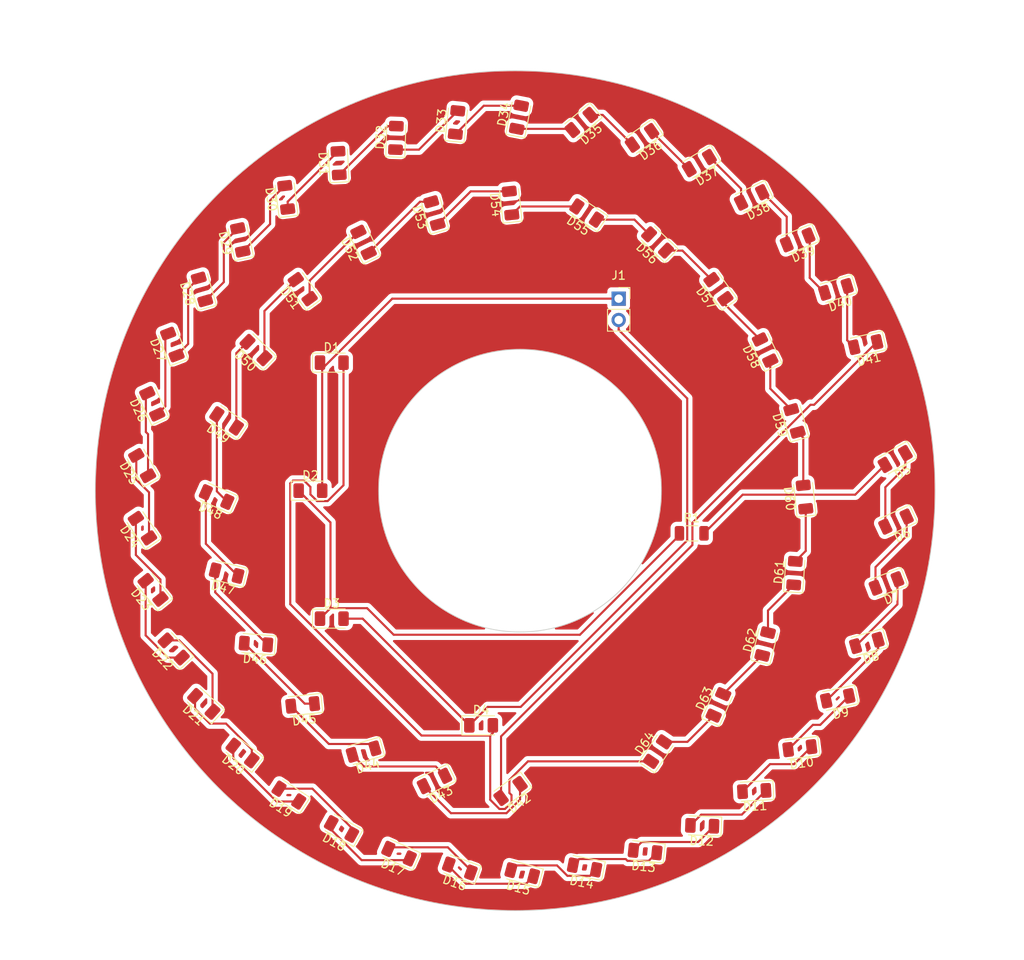
<source format=kicad_pcb>
(kicad_pcb (version 20221018) (generator pcbnew)
  (layers (0 "F.Cu" signal) (31 "B.Cu" signal) (34 "B.Paste" user) (35 "F.Paste" user) (36 "B.SilkS" user "B.Silkscreen") (37 "F.SilkS" user "F.Silkscreen") (38 "B.Mask" user) (39 "F.Mask" user) (44 "Edge.Cuts" user))
  (net 0 "")
  (net 1 "Net-(D1-K)")
  (net 2 "Net-(D1-A)")
  (net 3 "Net-(D2-K)")
  (net 4 "Net-(D3-A)")
  (net 5 "Net-(D5-K)")
  (net 6 "Net-(D5-A)")
  (net 7 "Net-(D6-K)")
  (net 8 "Net-(D7-K)")
  (net 9 "Net-(D8-K)")
  (net 10 "Net-(D10-A)")
  (net 11 "Net-(D10-K)")
  (net 12 "Net-(D11-K)")
  (net 13 "Net-(D12-K)")
  (net 14 "Net-(D13-K)")
  (net 15 "Net-(D14-K)")
  (net 16 "Net-(D15-K)")
  (net 17 "Net-(D16-K)")
  (net 18 "Net-(D17-K)")
  (net 19 "Net-(D18-K)")
  (net 20 "Net-(D19-K)")
  (net 21 "Net-(D20-K)")
  (net 22 "Net-(D21-K)")
  (net 23 "Net-(D22-K)")
  (net 24 "Net-(D23-K)")
  (net 25 "Net-(D24-K)")
  (net 26 "Net-(D25-K)")
  (net 27 "Net-(D26-K)")
  (net 28 "Net-(D27-K)")
  (net 29 "Net-(D28-K)")
  (net 30 "Net-(D29-K)")
  (net 31 "Net-(D30-K)")
  (net 32 "Net-(D31-K)")
  (net 33 "Net-(D32-K)")
  (net 34 "Net-(D33-K)")
  (net 35 "Net-(D34-K)")
  (net 36 "Net-(D35-K)")
  (net 37 "Net-(D36-K)")
  (net 38 "Net-(D37-K)")
  (net 39 "Net-(D38-K)")
  (net 40 "Net-(D39-K)")
  (net 41 "Net-(D40-K)")
  (net 42 "Net-(D41-K)")
  (net 43 "Net-(D42-K)")
  (net 44 "Net-(D43-K)")
  (net 45 "Net-(D44-K)")
  (net 46 "Net-(D45-K)")
  (net 47 "Net-(D46-K)")
  (net 48 "Net-(D47-K)")
  (net 49 "Net-(D48-K)")
  (net 50 "Net-(D49-K)")
  (net 51 "Net-(D50-K)")
  (net 52 "Net-(D51-K)")
  (net 53 "Net-(D52-K)")
  (net 54 "Net-(D53-K)")
  (net 55 "Net-(D54-K)")
  (net 56 "Net-(D55-K)")
  (net 57 "Net-(D56-K)")
  (net 58 "Net-(D57-K)")
  (net 59 "Net-(D58-K)")
  (net 60 "Net-(D59-K)")
  (net 61 "Net-(D60-K)")
  (net 62 "Net-(D61-K)")
  (net 63 "Net-(D62-K)")
  (net 64 "Net-(D63-K)")
  (footprint "LED_SMD:LED_1206_3216Metric" (layer "F.Cu") (at 161.424 139.6825 138)
    (fp_text reference "D21" (at -0.000001 -1.820001 138) (layer "F.SilkS"))
    (fp_text value "LED")
    (pad "1" smd roundrect (at -1.4 0 138) (size 1.25 1.75) (layers "F.Cu" "F.Paste" "F.Mask") (roundrect_rratio 0.2) (net 22 "Net-(D21-K)"))
    (pad "2" smd roundrect (at 1.4 0 138) (size 1.25 1.75) (layers "F.Cu" "F.Paste" "F.Mask") (roundrect_rratio 0.2) (net 21 "Net-(D20-K)"))
  )
  (footprint "LED_SMD:LED_1206_3216Metric" (layer "F.Cu") (at 155.2856 103.9589 115)
    (fp_text reference "D26" (at 0 -1.820001 115) (layer "F.SilkS"))
    (fp_text value "LED")
    (pad "1" smd roundrect (at -1.4 0 115) (size 1.25 1.75) (layers "F.Cu" "F.Paste" "F.Mask") (roundrect_rratio 0.2) (net 27 "Net-(D26-K)"))
    (pad "2" smd roundrect (at 1.4 0 115) (size 1.25 1.75) (layers "F.Cu" "F.Paste" "F.Mask") (roundrect_rratio 0.2) (net 26 "Net-(D25-K)"))
  )
  (footprint "LED_SMD:LED_1206_3216Metric" (layer "F.Cu") (at 240.3716 132.4282 -164)
    (fp_text reference "D8" (at -0.000001 -1.82 -164) (layer "F.SilkS"))
    (fp_text value "LED")
    (pad "1" smd roundrect (at -1.4 0 196) (size 1.25 1.75) (layers "F.Cu" "F.Paste" "F.Mask") (roundrect_rratio 0.2) (net 9 "Net-(D8-K)"))
    (pad "2" smd roundrect (at 1.4 0 196) (size 1.25 1.75) (layers "F.Cu" "F.Paste" "F.Mask") (roundrect_rratio 0.2) (net 8 "Net-(D7-K)"))
  )
  (footprint "LED_SMD:LED_1206_3216Metric" (layer "F.Cu") (at 232.3904 144.9562 -173)
    (fp_text reference "D10" (at -0.000001 -1.82 -173) (layer "F.SilkS"))
    (fp_text value "LED")
    (pad "1" smd roundrect (at -1.4 0 187) (size 1.25 1.75) (layers "F.Cu" "F.Paste" "F.Mask") (roundrect_rratio 0.2) (net 11 "Net-(D10-K)"))
    (pad "2" smd roundrect (at 1.4 0 187) (size 1.25 1.75) (layers "F.Cu" "F.Paste" "F.Mask") (roundrect_rratio 0.2) (net 10 "Net-(D10-A)"))
  )
  (footprint "LED_SMD:LED_1206_3216Metric" (layer "F.Cu") (at 213.5995 72.297 -145)
    (fp_text reference "D36" (at -0.000001 -1.820001 -145) (layer "F.SilkS"))
    (fp_text value "LED")
    (pad "1" smd roundrect (at -1.4 0 215) (size 1.25 1.75) (layers "F.Cu" "F.Paste" "F.Mask") (roundrect_rratio 0.2) (net 37 "Net-(D36-K)"))
    (pad "2" smd roundrect (at 1.4 0 215) (size 1.25 1.75) (layers "F.Cu" "F.Paste" "F.Mask") (roundrect_rratio 0.2) (net 36 "Net-(D35-K)"))
  )
  (footprint "LED_SMD:LED_1206_3216Metric" (layer "F.Cu") (at 166.038 145.5353 142)
    (fp_text reference "D20" (at 0 -1.82 142) (layer "F.SilkS"))
    (fp_text value "LED")
    (pad "1" smd roundrect (at -1.4 0 142) (size 1.25 1.75) (layers "F.Cu" "F.Paste" "F.Mask") (roundrect_rratio 0.2) (net 21 "Net-(D20-K)"))
    (pad "2" smd roundrect (at 1.4 0 142) (size 1.25 1.75) (layers "F.Cu" "F.Paste" "F.Mask") (roundrect_rratio 0.2) (net 20 "Net-(D19-K)"))
  )
  (footprint "LED_SMD:LED_1206_3216Metric" (layer "F.Cu") (at 222.6971 90.3074 126)
    (fp_text reference "D57" (at 0.000001 -1.819999 126) (layer "F.SilkS"))
    (fp_text value "LED")
    (pad "1" smd roundrect (at -1.4 0 126) (size 1.25 1.75) (layers "F.Cu" "F.Paste" "F.Mask") (roundrect_rratio 0.2) (net 58 "Net-(D57-K)"))
    (pad "2" smd roundrect (at 1.4 0 126) (size 1.25 1.75) (layers "F.Cu" "F.Paste" "F.Mask") (roundrect_rratio 0.2) (net 57 "Net-(D56-K)"))
  )
  (footprint "LED_SMD:LED_1206_3216Metric" (layer "F.Cu") (at 222.6971 139.8049 66)
    (fp_text reference "D63" (at 0 -1.82 66) (layer "F.SilkS"))
    (fp_text value "LED")
    (pad "1" smd roundrect (at -1.4 0 66) (size 1.25 1.75) (layers "F.Cu" "F.Paste" "F.Mask") (roundrect_rratio 0.2) (net 64 "Net-(D63-K)"))
    (pad "2" smd roundrect (at 1.4 0 66) (size 1.25 1.75) (layers "F.Cu" "F.Paste" "F.Mask") (roundrect_rratio 0.2) (net 63 "Net-(D62-K)"))
  )
  (footprint "LED_SMD:LED_1206_3216Metric" (layer "F.Cu") (at 171.2441 79.3849 97)
    (fp_text reference "D30" (at -0.000001 -1.820001 97) (layer "F.SilkS"))
    (fp_text value "LED")
    (pad "1" smd roundrect (at -1.4 0 97) (size 1.25 1.75) (layers "F.Cu" "F.Paste" "F.Mask") (roundrect_rratio 0.2) (net 31 "Net-(D30-K)"))
    (pad "2" smd roundrect (at 1.4 0 97) (size 1.25 1.75) (layers "F.Cu" "F.Paste" "F.Mask") (roundrect_rratio 0.2) (net 30 "Net-(D29-K)"))
  )
  (footprint "LED_SMD:LED_1206_3216Metric" (layer "F.Cu") (at 191.5218 70.4625 84)
    (fp_text reference "D33" (at -0.000001 -1.820001 84) (layer "F.SilkS"))
    (fp_text value "LED")
    (pad "1" smd roundrect (at -1.4 0 84) (size 1.25 1.75) (layers "F.Cu" "F.Paste" "F.Mask") (roundrect_rratio 0.2) (net 34 "Net-(D33-K)"))
    (pad "2" smd roundrect (at 1.4 0 84) (size 1.25 1.75) (layers "F.Cu" "F.Paste" "F.Mask") (roundrect_rratio 0.2) (net 33 "Net-(D32-K)"))
  )
  (footprint "LED_SMD:LED_1206_3216Metric" (layer "F.Cu") (at 242.7055 125.3504 -159)
    (fp_text reference "D7" (at -0.000001 -1.82 -159) (layer "F.SilkS"))
    (fp_text value "LED")
    (pad "1" smd roundrect (at -1.4 0 201) (size 1.25 1.75) (layers "F.Cu" "F.Paste" "F.Mask") (roundrect_rratio 0.2) (net 8 "Net-(D7-K)"))
    (pad "2" smd roundrect (at 1.4 0 201) (size 1.25 1.75) (layers "F.Cu" "F.Paste" "F.Mask") (roundrect_rratio 0.2) (net 7 "Net-(D6-K)"))
  )
  (footprint "Connector_PinSocket_2.54mm:PinSocket_1x02_P2.54mm_Vertical" (layer "F.Cu") (at 210.82 91.44)
    (fp_text reference "J1" (at 0 -2.77) (layer "F.SilkS"))
    (fp_text value "Conn_01x02_Pin")
    (pad "1" thru_hole rect (at 0 0) (size 1.7 1.7) (drill 1) (layers "*.Cu" "*.Mask") (net 1 "Net-(D1-K)"))
    (pad "2" thru_hole oval (at 0 2.54) (size 1.7 1.7) (drill 1) (layers "*.Cu" "*.Mask") (net 4 "Net-(D3-A)"))
  )
  (footprint "LED_SMD:LED_1206_3216Metric" (layer "F.Cu") (at 206.376 70.4625 -140)
    (fp_text reference "D35" (at 0 -1.820001 -140) (layer "F.SilkS"))
    (fp_text value "LED")
    (pad "1" smd roundrect (at -1.4 0 220) (size 1.25 1.75) (layers "F.Cu" "F.Paste" "F.Mask") (roundrect_rratio 0.2) (net 36 "Net-(D35-K)"))
    (pad "2" smd roundrect (at 1.4 0 220) (size 1.25 1.75) (layers "F.Cu" "F.Paste" "F.Mask") (roundrect_rratio 0.2) (net 35 "Net-(D34-K)"))
  )
  (footprint "LED_SMD:LED_1206_3216Metric" (layer "F.Cu") (at 243.8393 117.9844 -155)
    (fp_text reference "D6" (at -0.000001 -1.82 -155) (layer "F.SilkS"))
    (fp_text value "LED")
    (pad "1" smd roundrect (at -1.4 0 205) (size 1.25 1.75) (layers "F.Cu" "F.Paste" "F.Mask") (roundrect_rratio 0.2) (net 7 "Net-(D6-K)"))
    (pad "2" smd roundrect (at 1.4 0 205) (size 1.25 1.75) (layers "F.Cu" "F.Paste" "F.Mask") (roundrect_rratio 0.2) (net 5 "Net-(D5-K)"))
  )
  (footprint "Diode_SMD:D_1206_3216Metric" (layer "F.Cu") (at 176.66 129.54)
    (fp_text reference "D3" (at 0 -1.82) (layer "F.SilkS"))
    (fp_text value "D")
    (pad "1" smd roundrect (at -1.4 0) (size 1.25 1.75) (layers "F.Cu" "F.Paste" "F.Mask") (roundrect_rratio 0.2) (net 3 "Net-(D2-K)"))
    (pad "2" smd roundrect (at 1.4 0) (size 1.25 1.75) (layers "F.Cu" "F.Paste" "F.Mask") (roundrect_rratio 0.2) (net 4 "Net-(D3-A)"))
  )
  (footprint "LED_SMD:LED_1206_3216Metric" (layer "F.Cu") (at 236.9015 139.0238 -168)
    (fp_text reference "D9" (at 0 -1.82 -168) (layer "F.SilkS"))
    (fp_text value "LED")
    (pad "1" smd roundrect (at -1.4 0 192) (size 1.25 1.75) (layers "F.Cu" "F.Paste" "F.Mask") (roundrect_rratio 0.2) (net 10 "Net-(D10-A)"))
    (pad "2" smd roundrect (at 1.4 0 192) (size 1.25 1.75) (layers "F.Cu" "F.Paste" "F.Mask") (roundrect_rratio 0.2) (net 9 "Net-(D8-K)"))
  )
  (footprint "LED_SMD:LED_1206_3216Metric" (layer "F.Cu") (at 162.9484 115.0561 156)
    (fp_text reference "D48" (at 0 -1.819999 156) (layer "F.SilkS"))
    (fp_text value "LED")
    (pad "1" smd roundrect (at -1.4 0 156) (size 1.25 1.75) (layers "F.Cu" "F.Paste" "F.Mask") (roundrect_rratio 0.2) (net 49 "Net-(D48-K)"))
    (pad "2" smd roundrect (at 1.4 0 156) (size 1.25 1.75) (layers "F.Cu" "F.Paste" "F.Mask") (roundrect_rratio 0.2) (net 48 "Net-(D47-K)"))
  )
  (footprint "LED_SMD:LED_1206_3216Metric" (layer "F.Cu") (at 226.9621 150.0627 -177)
    (fp_text reference "D11" (at -0.000001 -1.82 -177) (layer "F.SilkS"))
    (fp_text value "LED")
    (pad "1" smd roundrect (at -1.4 0 183) (size 1.25 1.75) (layers "F.Cu" "F.Paste" "F.Mask") (roundrect_rratio 0.2) (net 12 "Net-(D11-K)"))
    (pad "2" smd roundrect (at 1.4 0 183) (size 1.25 1.75) (layers "F.Cu" "F.Paste" "F.Mask") (roundrect_rratio 0.2) (net 11 "Net-(D10-K)"))
  )
  (footprint "LED_SMD:LED_1206_3216Metric" (layer "F.Cu") (at 228.2593 132.5561 76)
    (fp_text reference "D62" (at 0 -1.82 76) (layer "F.SilkS"))
    (fp_text value "LED")
    (pad "1" smd roundrect (at -1.4 0 76) (size 1.25 1.75) (layers "F.Cu" "F.Paste" "F.Mask") (roundrect_rratio 0.2) (net 63 "Net-(D62-K)"))
    (pad "2" smd roundrect (at 1.4 0 76) (size 1.25 1.75) (layers "F.Cu" "F.Paste" "F.Mask") (roundrect_rratio 0.2) (net 62 "Net-(D61-K)"))
  )
  (footprint "LED_SMD:LED_1206_3216Metric" (layer "F.Cu") (at 165.7714 84.4438 102)
    (fp_text reference "D29" (at 0 -1.820001 102) (layer "F.SilkS"))
    (fp_text value "LED")
    (pad "1" smd roundrect (at -1.4 0 102) (size 1.25 1.75) (layers "F.Cu" "F.Paste" "F.Mask") (roundrect_rratio 0.2) (net 30 "Net-(D29-K)"))
    (pad "2" smd roundrect (at 1.4 0 102) (size 1.25 1.75) (layers "F.Cu" "F.Paste" "F.Mask") (roundrect_rratio 0.2) (net 29 "Net-(D28-K)"))
  )
  (footprint "LED_SMD:LED_1206_3216Metric" (layer "F.Cu") (at 199.3416 159.8436 165)
    (fp_text reference "D15" (at 0 -1.820001 165) (layer "F.SilkS"))
    (fp_text value "LED")
    (pad "1" smd roundrect (at -1.4 0 165) (size 1.25 1.75) (layers "F.Cu" "F.Paste" "F.Mask") (roundrect_rratio 0.2) (net 16 "Net-(D15-K)"))
    (pad "2" smd roundrect (at 1.4 0 165) (size 1.25 1.75) (layers "F.Cu" "F.Paste" "F.Mask") (roundrect_rratio 0.2) (net 15 "Net-(D14-K)"))
  )
  (footprint "LED_SMD:LED_1206_3216Metric" (layer "F.Cu") (at 157.6812 96.9016 111)
    (fp_text reference "D27" (at 0 -1.820001 111) (layer "F.SilkS"))
    (fp_text value "LED")
    (pad "1" smd roundrect (at -1.4 0 111) (size 1.25 1.75) (layers "F.Cu" "F.Paste" "F.Mask") (roundrect_rratio 0.2) (net 28 "Net-(D27-K)"))
    (pad "2" smd roundrect (at 1.4 0 111) (size 1.25 1.75) (layers "F.Cu" "F.Paste" "F.Mask") (roundrect_rratio 0.2) (net 27 "Net-(D26-K)"))
  )
  (footprint "LED_SMD:LED_1206_3216Metric" (layer "F.Cu") (at 171.5546 150.5462 147)
    (fp_text reference "D19" (at -0.000001 -1.82 147) (layer "F.SilkS"))
    (fp_text value "LED")
    (pad "1" smd roundrect (at -1.4 0 147) (size 1.25 1.75) (layers "F.Cu" "F.Paste" "F.Mask") (roundrect_rratio 0.2) (net 20 "Net-(D19-K)"))
    (pad "2" smd roundrect (at 1.4 0 147) (size 1.25 1.75) (layers "F.Cu" "F.Paste" "F.Mask") (roundrect_rratio 0.2) (net 19 "Net-(D18-K)"))
  )
  (footprint "LED_SMD:LED_1206_3216Metric" (layer "F.Cu") (at 240.2166 96.9016 -167)
    (fp_text reference "D41" (at -0.000001 -1.82 -167) (layer "F.SilkS"))
    (fp_text value "LED")
    (pad "1" smd roundrect (at -1.4 0 193) (size 1.25 1.75) (layers "F.Cu" "F.Paste" "F.Mask") (roundrect_rratio 0.2) (net 42 "Net-(D41-K)"))
    (pad "2" smd roundrect (at 1.4 0 193) (size 1.25 1.75) (layers "F.Cu" "F.Paste" "F.Mask") (roundrect_rratio 0.2) (net 41 "Net-(D40-K)"))
  )
  (footprint "LED_SMD:LED_1206_3216Metric" (layer "F.Cu") (at 228.2593 97.5561 116)
    (fp_text reference "D58" (at 0 -1.82 116) (layer "F.SilkS"))
    (fp_text value "LED")
    (pad "1" smd roundrect (at -1.4 0 116) (size 1.25 1.75) (layers "F.Cu" "F.Paste" "F.Mask") (roundrect_rratio 0.2) (net 59 "Net-(D58-K)"))
    (pad "2" smd roundrect (at 1.4 0 116) (size 1.25 1.75) (layers "F.Cu" "F.Paste" "F.Mask") (roundrect_rratio 0.2) (net 58 "Net-(D57-K)"))
  )
  (footprint "LED_SMD:LED_1206_3216Metric" (layer "F.Cu") (at 198.9489 69.8453 79)
    (fp_text reference "D34" (at -0.000001 -1.820001 79) (layer "F.SilkS"))
    (fp_text value "LED")
    (pad "1" smd roundrect (at -1.4 0 79) (size 1.25 1.75) (layers "F.Cu" "F.Paste" "F.Mask") (roundrect_rratio 0.2) (net 35 "Net-(D34-K)"))
    (pad "2" smd roundrect (at 1.4 0 79) (size 1.25 1.75) (layers "F.Cu" "F.Paste" "F.Mask") (roundrect_rratio 0.2) (net 34 "Net-(D33-K)"))
  )
  (footprint "LED_SMD:LED_1206_3216Metric" (layer "F.Cu") (at 220.7653 154.2032 178)
    (fp_text reference "D12" (at 0 -1.820001 178) (layer "F.SilkS"))
    (fp_text value "LED")
    (pad "1" smd roundrect (at -1.4 0 178) (size 1.25 1.75) (layers "F.Cu" "F.Paste" "F.Mask") (roundrect_rratio 0.2) (net 13 "Net-(D12-K)"))
    (pad "2" smd roundrect (at 1.4 0 178) (size 1.25 1.75) (layers "F.Cu" "F.Paste" "F.Mask") (roundrect_rratio 0.2) (net 12 "Net-(D11-K)"))
  )
  (footprint "LED_SMD:LED_1206_3216Metric" (layer "F.Cu") (at 188.8897 81.2487 106)
    (fp_text reference "D53" (at 0 -1.82 106) (layer "F.SilkS"))
    (fp_text value "LED")
    (pad "1" smd roundrect (at -1.4 0 106) (size 1.25 1.75) (layers "F.Cu" "F.Paste" "F.Mask") (roundrect_rratio 0.2) (net 54 "Net-(D53-K)"))
    (pad "2" smd roundrect (at 1.4 0 106) (size 1.25 1.75) (layers "F.Cu" "F.Paste" "F.Mask") (roundrect_rratio 0.2) (net 53 "Net-(D52-K)"))
  )
  (footprint "LED_SMD:LED_1206_3216Metric" (layer "F.Cu") (at 161.2087 90.3366 106)
    (fp_text reference "D28" (at -0.000001 -1.820001 106) (layer "F.SilkS"))
    (fp_text value "LED")
    (pad "1" smd roundrect (at -1.4 0 106) (size 1.25 1.75) (layers "F.Cu" "F.Paste" "F.Mask") (roundrect_rratio 0.2) (net 29 "Net-(D28-K)"))
    (pad "2" smd roundrect (at 1.4 0 106) (size 1.25 1.75) (layers "F.Cu" "F.Paste" "F.Mask") (roundrect_rratio 0.2) (net 28 "Net-(D27-K)"))
  )
  (footprint "LED_SMD:LED_1206_3216Metric" (layer "F.Cu") (at 188.8897 148.8635 -154)
    (fp_text reference "D43" (at 0 -1.819999 -154) (layer "F.SilkS"))
    (fp_text value "LED")
    (pad "1" smd roundrect (at -1.4 0 206) (size 1.25 1.75) (layers "F.Cu" "F.Paste" "F.Mask") (roundrect_rratio 0.2) (net 44 "Net-(D43-K)"))
    (pad "2" smd roundrect (at 1.4 0 206) (size 1.25 1.75) (layers "F.Cu" "F.Paste" "F.Mask") (roundrect_rratio 0.2) (net 43 "Net-(D42-K)"))
  )
  (footprint "LED_SMD:LED_1206_3216Metric" (layer "F.Cu") (at 154.1201 118.7673 124)
    (fp_text reference "D24" (at 0 -1.820001 124) (layer "F.SilkS"))
    (fp_text value "LED")
    (pad "1" smd roundrect (at -1.4 0 124) (size 1.25 1.75) (layers "F.Cu" "F.Paste" "F.Mask") (roundrect_rratio 0.2) (net 25 "Net-(D24-K)"))
    (pad "2" smd roundrect (at 1.4 0 124) (size 1.25 1.75) (layers "F.Cu" "F.Paste" "F.Mask") (roundrect_rratio 0.2) (net 24 "Net-(D23-K)"))
  )
  (footprint "LED_SMD:LED_1206_3216Metric" (layer "F.Cu") (at 180.4484 145.367 -164)
    (fp_text reference "D44" (at 0 -1.819999 -164) (layer "F.SilkS"))
    (fp_text value "LED")
    (pad "1" smd roundrect (at -1.4 0 196) (size 1.25 1.75) (layers "F.Cu" "F.Paste" "F.Mask") (roundrect_rratio 0.2) (net 45 "Net-(D44-K)"))
    (pad "2" smd roundrect (at 1.4 0 196) (size 1.25 1.75) (layers "F.Cu" "F.Paste" "F.Mask") (roundrect_rratio 0.2) (net 44 "Net-(D43-K)"))
  )
  (footprint "LED_SMD:LED_1206_3216Metric" (layer "F.Cu") (at 215.4484 145.367 56)
    (fp_text reference "D64" (at 0 -1.82 56) (layer "F.SilkS"))
    (fp_text value "LED")
    (pad "1" smd roundrect (at -1.4 0 56) (size 1.25 1.75) (layers "F.Cu" "F.Paste" "F.Mask") (roundrect_rratio 0.2) (net 2 "Net-(D1-A)"))
    (pad "2" smd roundrect (at 1.4 0 56) (size 1.25 1.75) (layers "F.Cu" "F.Paste" "F.Mask") (roundrect_rratio 0.2) (net 64 "Net-(D63-K)"))
  )
  (footprint "LED_SMD:LED_1206_3216Metric" (layer "F.Cu") (at 236.6891 90.3366 -163)
    (fp_text reference "D40" (at 0 -1.82 -163) (layer "F.SilkS"))
    (fp_text value "LED")
    (pad "1" smd roundrect (at -1.4 0 197) (size 1.25 1.75) (layers "F.Cu" "F.Paste" "F.Mask") (roundrect_rratio 0.2) (net 41 "Net-(D40-K)"))
    (pad "2" smd roundrect (at 1.4 0 197) (size 1.25 1.75) (layers "F.Cu" "F.Paste" "F.Mask") (roundrect_rratio 0.2) (net 40 "Net-(D39-K)"))
  )
  (footprint "LED_SMD:LED_1206_3216Metric" (layer "F.Cu") (at 191.9093 159.2913 160)
    (fp_text reference "D16" (at -0.000001 -1.82 160) (layer "F.SilkS"))
    (fp_text value "LED")
    (pad "1" smd roundrect (at -1.4 0 160) (size 1.25 1.75) (layers "F.Cu" "F.Paste" "F.Mask") (roundrect_rratio 0.2) (net 17 "Net-(D16-K)"))
    (pad "2" smd roundrect (at 1.4 0 160) (size 1.25 1.75) (layers "F.Cu" "F.Paste" "F.Mask") (roundrect_rratio 0.2) (net 16 "Net-(D15-K)"))
  )
  (footprint "LED_SMD:LED_1206_3216Metric" (layer "F.Cu") (at 232.1264 84.4438 -158)
    (fp_text reference "D39" (at 0 -1.820001 -158) (layer "F.SilkS"))
    (fp_text value "LED")
    (pad "1" smd roundrect (at -1.4 0 202) (size 1.25 1.75) (layers "F.Cu" "F.Paste" "F.Mask") (roundrect_rratio 0.2) (net 40 "Net-(D39-K)"))
    (pad "2" smd roundrect (at 1.4 0 202) (size 1.25 1.75) (layers "F.Cu" "F.Paste" "F.Mask") (roundrect_rratio 0.2) (net 39 "Net-(D38-K)"))
  )
  (footprint "LED_SMD:LED_1206_3216Metric" (layer "F.Cu") (at 155.3823 126.1124 129)
    (fp_text reference "D23" (at 0 -1.82 129) (layer "F.SilkS"))
    (fp_text value "LED")
    (pad "1" smd roundrect (at -1.4 0 129) (size 1.25 1.75) (layers "F.Cu" "F.Paste" "F.Mask") (roundrect_rratio 0.2) (net 24 "Net-(D23-K)"))
    (pad "2" smd roundrect (at 1.4 0 129) (size 1.25 1.75) (layers "F.Cu" "F.Paste" "F.Mask") (roundrect_rratio 0.2) (net 23 "Net-(D22-K)"))
  )
  (footprint "LED_SMD:LED_1206_3216Metric" (layer "F.Cu") (at 215.4484 84.7452 136)
    (fp_text reference "D56" (at 0 -1.82 136) (layer "F.SilkS"))
    (fp_text value "LED")
    (pad "1" smd roundrect (at -1.4 0 136) (size 1.25 1.75) (layers "F.Cu" "F.Paste" "F.Mask") (roundrect_rratio 0.2) (net 57 "Net-(D56-K)"))
    (pad "2" smd roundrect (at 1.4 0 136) (size 1.25 1.75) (layers "F.Cu" "F.Paste" "F.Mask") (roundrect_rratio 0.2) (net 56 "Net-(D55-K)"))
  )
  (footprint "LED_SMD:LED_1206_3216Metric" (layer "F.Cu") (at 213.9702 157.2642 174)
    (fp_text reference "D13" (at -0.000001 -1.82 174) (layer "F.SilkS"))
    (fp_text value "LED")
    (pad "1" smd roundrect (at -1.4 0 174) (size 1.25 1.75) (layers "F.Cu" "F.Paste" "F.Mask") (roundrect_rratio 0.2) (net 14 "Net-(D13-K)"))
    (pad "2" smd roundrect (at 1.4 0 174) (size 1.25 1.75) (layers "F.Cu" "F.Paste" "F.Mask") (roundrect_rratio 0.2) (net 13 "Net-(D12-K)"))
  )
  (footprint "Diode_SMD:D_1206_3216Metric" (layer "F.Cu") (at 176.66 99.06)
    (fp_text reference "D1" (at 0 -1.82) (layer "F.SilkS"))
    (fp_text value "D")
    (pad "1" smd roundrect (at -1.4 0) (size 1.25 1.75) (layers "F.Cu" "F.Paste" "F.Mask") (roundrect_rratio 0.2) (net 1 "Net-(D1-K)"))
    (pad "2" smd roundrect (at 1.4 0) (size 1.25 1.75) (layers "F.Cu" "F.Paste" "F.Mask") (roundrect_rratio 0.2) (net 2 "Net-(D1-A)"))
  )
  (footprint "LED_SMD:LED_1206_3216Metric" (layer "F.Cu") (at 167.6375 97.5561 136)
    (fp_text reference "D50" (at 0 -1.82 136) (layer "F.SilkS"))
    (fp_text value "LED")
    (pad "1" smd roundrect (at -1.4 0 136) (size 1.25 1.75) (layers "F.Cu" "F.Paste" "F.Mask") (roundrect_rratio 0.2) (net 51 "Net-(D50-K)"))
    (pad "2" smd roundrect (at 1.4 0 136) (size 1.25 1.75) (layers "F.Cu" "F.Paste" "F.Mask") (roundrect_rratio 0.2) (net 50 "Net-(D49-K)"))
  )
  (footprint "LED_SMD:LED_1206_3216Metric" (layer "F.Cu") (at 184.2983 72.297 88)
    (fp_text reference "D32" (at 0 -1.820002 88) (layer "F.SilkS"))
    (fp_text value "LED")
    (pad "1" smd roundrect (at -1.4 0 88) (size 1.25 1.75) (layers "F.Cu" "F.Paste" "F.Mask") (roundrect_rratio 0.2) (net 33 "Net-(D32-K)"))
    (pad "2" smd roundrect (at 1.4 0 88) (size 1.25 1.75) (layers "F.Cu" "F.Paste" "F.Mask") (roundrect_rratio 0.2) (net 32 "Net-(D31-K)"))
  )
  (footprint "LED_SMD:LED_1206_3216Metric" (layer "F.Cu") (at 164.141 105.9974 146)
    (fp_text reference "D49" (at 0.000001 -1.819999 146) (layer "F.SilkS"))
    (fp_text value "LED")
    (pad "1" smd roundrect (at -1.4 0 146) (size 1.25 1.75) (layers "F.Cu" "F.Paste" "F.Mask") (roundrect_rratio 0.2) (net 50 "Net-(D49-K)"))
    (pad "2" smd roundrect (at 1.4 0 146) (size 1.25 1.75) (layers "F.Cu" "F.Paste" "F.Mask") (roundrect_rratio 0.2) (net 49 "Net-(D48-K)"))
  )
  (footprint "LED_SMD:LED_1206_3216Metric" (layer "F.Cu") (at 173.1996 139.8049 -174)
    (fp_text reference "D45" (at 0 -1.819998 -174) (layer "F.SilkS"))
    (fp_text value "LED")
    (pad "1" smd roundrect (at -1.4 0 186) (size 1.25 1.75) (layers "F.Cu" "F.Paste" "F.Mask") (roundrect_rratio 0.2) (net 46 "Net-(D45-K)"))
    (pad "2" smd roundrect (at 1.4 0 186) (size 1.25 1.75) (layers "F.Cu" "F.Paste" "F.Mask") (roundrect_rratio 0.2) (net 45 "Net-(D44-K)"))
  )
  (footprint "LED_SMD:LED_1206_3216Metric" (layer "F.Cu") (at 173.1996 90.3074 126)
    (fp_text reference "D51" (at 0 -1.819999 126) (layer "F.SilkS"))
    (fp_text value "LED")
    (pad "1" smd roundrect (at -1.4 0 126) (size 1.25 1.75) (layers "F.Cu" "F.Paste" "F.Mask") (roundrect_rratio 0.2) (net 52 "Net-(D51-K)"))
    (pad "2" smd roundrect (at 1.4 0 126) (size 1.25 1.75) (layers "F.Cu" "F.Paste" "F.Mask") (roundrect_rratio 0.2) (net 51 "Net-(D50-K)"))
  )
  (footprint "LED_SMD:LED_1206_3216Metric" (layer "F.Cu") (at 226.6537 79.3849 -154)
    (fp_text reference "D38" (at 0 -1.820001 -154) (layer "F.SilkS"))
    (fp_text value "LED")
    (pad "1" smd roundrect (at -1.4 0 206) (size 1.25 1.75) (layers "F.Cu" "F.Paste" "F.Mask") (roundrect_rratio 0.2) (net 39 "Net-(D38-K)"))
    (pad "2" smd roundrect (at 1.4 0 206) (size 1.25 1.75) (layers "F.Cu" "F.Paste" "F.Mask") (roundrect_rratio 0.2) (net 38 "Net-(D37-K)"))
  )
  (footprint "LED_SMD:LED_1206_3216Metric" (layer "F.Cu") (at 177.8227 154.578 151)
    (fp_text reference "D18" (at -0.000001 -1.820001 151) (layer "F.SilkS"))
    (fp_text value "LED")
    (pad "1" smd roundrect (at -1.4 0 151) (size 1.25 1.75) (layers "F.Cu" "F.Paste" "F.Mask") (roundrect_rratio 0.2) (net 19 "Net-(D18-K)"))
    (pad "2" smd roundrect (at 1.4 0 151) (size 1.25 1.75) (layers "F.Cu" "F.Paste" "F.Mask") (roundrect_rratio 0.2) (net 18 "Net-(D17-K)"))
  )
  (footprint "LED_SMD:LED_1206_3216Metric" (layer "F.Cu") (at 180.4484 84.7452 116)
    (fp_text reference "D52" (at 0 -1.82 116) (layer "F.SilkS"))
    (fp_text value "LED")
    (pad "1" smd roundrect (at -1.4 0 116) (size 1.25 1.75) (layers "F.Cu" "F.Paste" "F.Mask") (roundrect_rratio 0.2) (net 53 "Net-(D52-K)"))
    (pad "2" smd roundrect (at 1.4 0 116) (size 1.25 1.75) (layers "F.Cu" "F.Paste" "F.Mask") (roundrect_rratio 0.2) (net 52 "Net-(D51-K)"))
  )
  (footprint "LED_SMD:LED_1206_3216Metric" (layer "F.Cu") (at 197.9484 80.0561 96)
    (fp_text reference "D54" (at 0 -1.819999 96) (layer "F.SilkS"))
    (fp_text value "LED")
    (pad "1" smd roundrect (at -1.4 0 96) (size 1.25 1.75) (layers "F.Cu" "F.Paste" "F.Mask") (roundrect_rratio 0.2) (net 55 "Net-(D54-K)"))
    (pad "2" smd roundrect (at 1.4 0 96) (size 1.25 1.75) (layers "F.Cu" "F.Paste" "F.Mask") (roundrect_rratio 0.2) (net 54 "Net-(D53-K)"))
  )
  (footprint "LED_SMD:LED_1206_3216Metric" (layer "F.Cu") (at 232.9484 115.0561 96)
    (fp_text reference "D60" (at 0 -1.819999 96) (layer "F.SilkS"))
    (fp_text value "LED")
    (pad "1" smd roundrect (at -1.4 0 96) (size 1.25 1.75) (layers "F.Cu" "F.Paste" "F.Mask") (roundrect_rratio 0.2) (net 61 "Net-(D60-K)"))
    (pad "2" smd roundrect (at 1.4 0 96) (size 1.25 1.75) (layers "F.Cu" "F.Paste" "F.Mask") (roundrect_rratio 0.2) (net 60 "Net-(D59-K)"))
  )
  (footprint "LED_SMD:LED_1206_3216Metric" (layer "F.Cu") (at 206.7631 159.1617 169)
    (fp_text reference "D14" (at 0 -1.82 169) (layer "F.SilkS"))
    (fp_text value "LED")
    (pad "1" smd roundrect (at -1.4 0 169) (size 1.25 1.75) (layers "F.Cu" "F.Paste" "F.Mask") (roundrect_rratio 0.2) (net 15 "Net-(D14-K)"))
    (pad "2" smd roundrect (at 1.4 0 169) (size 1.25 1.75) (layers "F.Cu" "F.Paste" "F.Mask") (roundrect_rratio 0.2) (net 14 "Net-(D13-K)"))
  )
  (footprint "LED_SMD:LED_1206_3216Metric" (layer "F.Cu") (at 220.421 75.2986 -149)
    (fp_text reference "D37" (at -0.000001 -1.820001 -149) (layer "F.SilkS"))
    (fp_text value "LED")
    (pad "1" smd roundrect (at -1.4 0 211) (size 1.25 1.75) (layers "F.Cu" "F.Paste" "F.Mask") (roundrect_rratio 0.2) (net 38 "Net-(D37-K)"))
    (pad "2" smd roundrect (at 1.4 0 211) (size 1.25 1.75) (layers "F.Cu" "F.Paste" "F.Mask") (roundrect_rratio 0.2) (net 37 "Net-(D36-K)"))
  )
  (footprint "LED_SMD:LED_1206_3216Metric" (layer "F.Cu") (at 231.7558 124.1148 86)
    (fp_text reference "D61" (at 0 -1.819999 86) (layer "F.SilkS"))
    (fp_text value "LED")
    (pad "1" smd roundrect (at -1.4 0 86) (size 1.25 1.75) (layers "F.Cu" "F.Paste" "F.Mask") (roundrect_rratio 0.2) (net 62 "Net-(D61-K)"))
    (pad "2" smd roundrect (at 1.4 0 86) (size 1.25 1.75) (layers "F.Cu" "F.Paste" "F.Mask") (roundrect_rratio 0.2) (net 61 "Net-(D60-K)"))
  )
  (footprint "LED_SMD:LED_1206_3216Metric" (layer "F.Cu") (at 197.9484 150.0561 -144)
    (fp_text reference "D42" (at 0 -1.819999 -144) (layer "F.SilkS"))
    (fp_text value "LED")
    (pad "1" smd roundrect (at -1.4 0 216) (size 1.25 1.75) (layers "F.Cu" "F.Paste" "F.Mask") (roundrect_rratio 0.2) (net 43 "Net-(D42-K)"))
    (pad "2" smd roundrect (at 1.4 0 216) (size 1.25 1.75) (layers "F.Cu" "F.Paste" "F.Mask") (roundrect_rratio 0.2) (net 42 "Net-(D41-K)"))
  )
  (footprint "LED_SMD:LED_1206_3216Metric" (layer "F.Cu") (at 164.141 124.1148 166)
    (fp_text reference "D47" (at 0 -1.819999 166) (layer "F.SilkS"))
    (fp_text value "LED")
    (pad "1" smd roundrect (at -1.4 0 166) (size 1.25 1.75) (layers "F.Cu" "F.Paste" "F.Mask") (roundrect_rratio 0.2) (net 48 "Net-(D47-K)"))
    (pad "2" smd roundrect (at 1.4 0 166) (size 1.25 1.75) (layers "F.Cu" "F.Paste" "F.Mask") (roundrect_rratio 0.2) (net 47 "Net-(D46-K)"))
  )
  (footprint "LED_SMD:LED_1206_3216Metric" (layer "F.Cu") (at 167.6375 132.5561 176)
    (fp_text reference "D46" (at 0 -1.819998 176) (layer "F.SilkS"))
    (fp_text value "LED")
    (pad "1" smd roundrect (at -1.4 0 176) (size 1.25 1.75) (layers "F.Cu" "F.Paste" "F.Mask") (roundrect_rratio 0.2) (net 47 "Net-(D46-K)"))
    (pad "2" smd roundrect (at 1.4 0 176) (size 1.25 1.75) (layers "F.Cu" "F.Paste" "F.Mask") (roundrect_rratio 0.2) (net 46 "Net-(D45-K)"))
  )
  (footprint "Diode_SMD:D_1206_3216Metric" (layer "F.Cu") (at 194.44 142.24)
    (fp_text reference "D4" (at 0 -1.82) (layer "F.SilkS"))
    (fp_text value "D")
    (pad "1" smd roundrect (at -1.4 0) (size 1.25 1.75) (layers "F.Cu" "F.Paste" "F.Mask") (roundrect_rratio 0.2) (net 4 "Net-(D3-A)"))
    (pad "2" smd roundrect (at 1.4 0) (size 1.25 1.75) (layers "F.Cu" "F.Paste" "F.Mask") (roundrect_rratio 0.2) (net 2 "Net-(D1-A)"))
  )
  (footprint "LED_SMD:LED_1206_3216Metric" (layer "F.Cu") (at 154.0876 111.3147 120)
    (fp_text reference "D25" (at -0.000001 -1.820001 120) (layer "F.SilkS"))
    (fp_text value "LED")
    (pad "1" smd roundrect (at -1.4 0 120) (size 1.25 1.75) (layers "F.Cu" "F.Paste" "F.Mask") (roundrect_rratio 0.2) (net 26 "Net-(D25-K)"))
    (pad "2" smd roundrect (at 1.4 0 120) (size 1.25 1.75) (layers "F.Cu" "F.Paste" "F.Mask") (roundrect_rratio 0.2) (net 25 "Net-(D24-K)"))
  )
  (footprint "LED_SMD:LED_1206_3216Metric" (layer "F.Cu") (at 177.4768 75.2986 93)
    (fp_text reference "D31" (at -0.000001 -1.820001 93) (layer "F.SilkS"))
    (fp_text value "LED")
    (pad "1" smd roundrect (at -1.4 0 93) (size 1.25 1.75) (layers "F.Cu" "F.Paste" "F.Mask") (roundrect_rratio 0.2) (net 32 "Net-(D31-K)"))
    (pad "2" smd roundrect (at 1.4 0 93) (size 1.25 1.75) (layers "F.Cu" "F.Paste" "F.Mask") (roundrect_rratio 0.2) (net 31 "Net-(D30-K)"))
  )
  (footprint "LED_SMD:LED_1206_3216Metric" (layer "F.Cu") (at 184.6702 157.5199 156)
    (fp_text reference "D17" (at 0 -1.820001 156) (layer "F.SilkS"))
    (fp_text value "LED")
    (pad "1" smd roundrect (at -1.4 0 156) (size 1.25 1.75) (layers "F.Cu" "F.Paste" "F.Mask") (roundrect_rratio 0.2) (net 18 "Net-(D17-K)"))
    (pad "2" smd roundrect (at 1.4 0 156) (size 1.25 1.75) (layers "F.Cu" "F.Paste" "F.Mask") (roundrect_rratio 0.2) (net 17 "Net-(D16-K)"))
  )
  (footprint "LED_SMD:LED_1206_3216Metric" (layer "F.Cu") (at 243.7417 110.5323 -150)
    (fp_text reference "D5" (at -0.000001 -1.82 -150) (layer "F.SilkS"))
    (fp_text value "LED")
    (pad "1" smd roundrect (at -1.4 0 210) (size 1.25 1.75) (layers "F.Cu" "F.Paste" "F.Mask") (roundrect_rratio 0.2) (net 5 "Net-(D5-K)"))
    (pad "2" smd roundrect (at 1.4 0 210) (size 1.25 1.75) (layers "F.Cu" "F.Paste" "F.Mask") (roundrect_rratio 0.2) (net 6 "Net-(D5-A)"))
  )
  (footprint "LED_SMD:LED_1206_3216Metric" (layer "F.Cu") (at 231.7558 105.9974 106)
    (fp_text reference "D59" (at 0 -1.82 106) (layer "F.SilkS"))
    (fp_text value "LED")
    (pad "1" smd roundrect (at -1.4 0 106) (size 1.25 1.75) (layers "F.Cu" "F.Paste" "F.Mask") (roundrect_rratio 0.2) (net 60 "Net-(D59-K)"))
    (pad "2" smd roundrect (at 1.4 0 106) (size 1.25 1.75) (layers "F.Cu" "F.Paste" "F.Mask") (roundrect_rratio 0.2) (net 59 "Net-(D58-K)"))
  )
  (footprint "LED_SMD:LED_1206_3216Metric" (layer "F.Cu") (at 157.8394 133.1485 133)
    (fp_text reference "D22" (at -0.000001 -1.820001 133) (layer "F.SilkS"))
    (fp_text value "LED")
    (pad "1" smd roundrect (at -1.4 0 133) (size 1.25 1.75) (layers "F.Cu" "F.Paste" "F.Mask") (roundrect_rratio 0.2) (net 23 "Net-(D22-K)"))
    (pad "2" smd roundrect (at 1.4 0 133) (size 1.25 1.75) (layers "F.Cu" "F.Paste" "F.Mask") (roundrect_rratio 0.2) (net 22 "Net-(D21-K)"))
  )
  (footprint "Diode_SMD:D_1206_3216Metric" (layer "F.Cu") (at 174.12 114.3)
    (fp_text reference "D2" (at 0 -1.82) (layer "F.SilkS"))
    (fp_text value "D")
    (pad "1" smd roundrect (at -1.4 0) (size 1.25 1.75) (layers "F.Cu" "F.Paste" "F.Mask") (roundrect_rratio 0.2) (net 3 "Net-(D2-K)"))
    (pad "2" smd roundrect (at 1.4 0) (size 1.25 1.75) (layers "F.Cu" "F.Paste" "F.Mask") (roundrect_rratio 0.2) (net 1 "Net-(D1-K)"))
  )
  (footprint "Resistor_SMD:R_1206_3216Metric" (layer "F.Cu") (at 219.5175 119.38)
    (fp_text reference "R1" (at 0 -1.82) (layer "F.SilkS"))
    (fp_text value "R")
    (pad "1" smd roundrect (at -1.4625 0) (size 1.125 1.75) (layers "F.Cu" "F.Paste" "F.Mask") (roundrect_rratio 0.2222222222) (net 3 "Net-(D2-K)"))
    (pad "2" smd roundrect (at 1.4625 0) (size 1.125 1.75) (layers "F.Cu" "F.Paste" "F.Mask") (roundrect_rratio 0.2222222222) (net 6 "Net-(D5-A)"))
  )
  (footprint "LED_SMD:LED_1206_3216Metric" (layer "F.Cu") (at 207.007 81.2487 146)
    (fp_text reference "D55" (at 0.000001 -1.819999 146) (layer "F.SilkS"))
    (fp_text value "LED")
    (pad "1" smd roundrect (at -1.4 0 146) (size 1.25 1.75) (layers "F.Cu" "F.Paste" "F.Mask") (roundrect_rratio 0.2) (net 56 "Net-(D55-K)"))
    (pad "2" smd roundrect (at 1.4 0 146) (size 1.25 1.75) (layers "F.Cu" "F.Paste" "F.Mask") (roundrect_rratio 0.2) (net 55 "Net-(D54-K)"))
  )
  (gr_circle (center 199.074781 114.3) (end 215.114781 119.38) (stroke (width 0.1)) (fill none) (layer "Edge.Cuts"))
  (gr_circle (center 198.50244 114.3) (end 248.50244 114.3) (stroke (width 0.1)) (fill none) (layer "Edge.Cuts"))
  (segment (start 175.52 99.7808) (end 175.7504 99.5504) (width 0.25) (layer "F.Cu") (net 1))
  (segment (start 175.7504 99.5504) (end 183.8608 91.44) (width 0.25) (layer "F.Cu") (net 1))
  (segment (start 175.7504 99.5504) (end 175.26 99.06) (width 0.25) (layer "F.Cu") (net 1))
  (segment (start 175.52 114.3) (end 175.52 99.7808) (width 0.25) (layer "F.Cu") (net 1))
  (segment (start 183.8608 91.44) (end 210.82 91.44) (width 0.25) (layer "F.Cu") (net 1))
  (segment (start 195.5248 151.1014) (end 196.6236 152.2002) (width 0.25) (layer "F.Cu") (net 2))
  (segment (start 176.1715 115.539) (end 178.06 113.6505) (width 0.25) (layer "F.Cu") (net 2))
  (segment (start 187.3524 143.4582) (end 171.7182 127.824) (width 0.25) (layer "F.Cu") (net 2))
  (segment (start 197.8111 148.7344) (end 200.0178 146.5277) (width 0.25) (layer "F.Cu") (net 2))
  (segment (start 195.5248 143.4582) (end 187.3524 143.4582) (width 0.25) (layer "F.Cu") (net 2))
  (segment (start 174.914 115.539) (end 176.1715 115.539) (width 0.25) (layer "F.Cu") (net 2))
  (segment (start 174.12 113.8598) (end 174.12 114.745) (width 0.25) (layer "F.Cu") (net 2))
  (segment (start 198.0624 150.5444) (end 197.8111 150.2931) (width 0.25) (layer "F.Cu") (net 2))
  (segment (start 174.12 114.745) (end 174.914 115.539) (width 0.25) (layer "F.Cu") (net 2))
  (segment (start 197.8111 150.2931) (end 197.8111 148.7344) (width 0.25) (layer "F.Cu") (net 2))
  (segment (start 195.84 142.24) (end 195.84 143.143) (width 0.25) (layer "F.Cu") (net 2))
  (segment (start 171.7182 127.824) (end 171.7182 113.4275) (width 0.25) (layer "F.Cu") (net 2))
  (segment (start 195.5248 143.4582) (end 195.5248 151.1014) (width 0.25) (layer "F.Cu") (net 2))
  (segment (start 198.0624 151.4188) (end 198.0624 150.5444) (width 0.25) (layer "F.Cu") (net 2))
  (segment (start 173.3573 113.0971) (end 174.12 113.8598) (width 0.25) (layer "F.Cu") (net 2))
  (segment (start 200.0178 146.5277) (end 214.6655 146.5277) (width 0.25) (layer "F.Cu") (net 2))
  (segment (start 172.0486 113.0971) (end 173.3573 113.0971) (width 0.25) (layer "F.Cu") (net 2))
  (segment (start 178.06 113.6505) (end 178.06 99.06) (width 0.25) (layer "F.Cu") (net 2))
  (segment (start 197.281 152.2002) (end 198.0624 151.4188) (width 0.25) (layer "F.Cu") (net 2))
  (segment (start 171.7182 113.4275) (end 172.0486 113.0971) (width 0.25) (layer "F.Cu") (net 2))
  (segment (start 195.84 143.143) (end 195.5248 143.4582) (width 0.25) (layer "F.Cu") (net 2))
  (segment (start 196.6236 152.2002) (end 197.281 152.2002) (width 0.25) (layer "F.Cu") (net 2))
  (segment (start 176.5083 128.2917) (end 175.26 129.54) (width 0.25) (layer "F.Cu") (net 3))
  (segment (start 218.055 119.6107) (end 206.2108 131.4549) (width 0.25) (layer "F.Cu") (net 3))
  (segment (start 184.0329 131.4549) (end 180.8697 128.2917) (width 0.25) (layer "F.Cu") (net 3))
  (segment (start 218.055 119.38) (end 218.055 119.6107) (width 0.25) (layer "F.Cu") (net 3))
  (segment (start 176.5083 118.0883) (end 172.72 114.3) (width 0.25) (layer "F.Cu") (net 3))
  (segment (start 176.5083 128.2917) (end 176.5083 118.0883) (width 0.25) (layer "F.Cu") (net 3))
  (segment (start 206.2108 131.4549) (end 184.0329 131.4549) (width 0.25) (layer "F.Cu") (net 3))
  (segment (start 180.8697 128.2917) (end 176.5083 128.2917) (width 0.25) (layer "F.Cu") (net 3))
  (segment (start 180.34 129.54) (end 178.06 129.54) (width 0.25) (layer "F.Cu") (net 4))
  (segment (start 210.82 95.1569) (end 218.9827 103.3196) (width 0.25) (layer "F.Cu") (net 4))
  (segment (start 199.1559 140.0469) (end 195.2331 140.0469) (width 0.25) (layer "F.Cu") (net 4))
  (segment (start 218.9827 103.3196) (end 218.9827 120.2201) (width 0.25) (layer "F.Cu") (net 4))
  (segment (start 218.9827 120.2201) (end 199.1559 140.0469) (width 0.25) (layer "F.Cu") (net 4))
  (segment (start 193.04 142.24) (end 180.34 129.54) (width 0.25) (layer "F.Cu") (net 4))
  (segment (start 210.82 93.98) (end 210.82 95.1569) (width 0.25) (layer "F.Cu") (net 4))
  (segment (start 195.2331 140.0469) (end 193.04 142.24) (width 0.25) (layer "F.Cu") (net 4))
  (segment (start 242.5705 118.5761) (end 242.5705 113.8929) (width 0.25) (layer "F.Cu") (net 5))
  (segment (start 242.5705 113.8929) (end 244.9541 111.5093) (width 0.25) (layer "F.Cu") (net 5))
  (segment (start 244.9541 111.5093) (end 244.9541 109.8323) (width 0.25) (layer "F.Cu") (net 5))
  (segment (start 225.5819 114.7781) (end 238.9835 114.7781) (width 0.25) (layer "F.Cu") (net 6))
  (segment (start 238.9835 114.7781) (end 242.5293 111.2323) (width 0.25) (layer "F.Cu") (net 6))
  (segment (start 220.98 119.38) (end 225.5819 114.7781) (width 0.25) (layer "F.Cu") (net 6))
  (segment (start 245.1081 117.3927) (end 245.1081 119.6964) (width 0.25) (layer "F.Cu") (net 7))
  (segment (start 241.3985 123.406) (end 241.3985 125.8521) (width 0.25) (layer "F.Cu") (net 7))
  (segment (start 245.1081 119.6964) (end 241.3985 123.406) (width 0.25) (layer "F.Cu") (net 7))
  (segment (start 244.0125 127.8274) (end 239.0258 132.8141) (width 0.25) (layer "F.Cu") (net 8))
  (segment (start 244.0125 124.8487) (end 244.0125 127.8274) (width 0.25) (layer "F.Cu") (net 8))
  (segment (start 235.5321 139.3149) (end 241.7174 133.1296) (width 0.25) (layer "F.Cu") (net 9))
  (segment (start 241.7174 133.1296) (end 241.7174 132.0423) (width 0.25) (layer "F.Cu") (net 9))
  (segment (start 233.945 142.1826) (end 231.0008 145.1268) (width 0.25) (layer "F.Cu") (net 10))
  (segment (start 234.821 142.1826) (end 233.945 142.1826) (width 0.25) (layer "F.Cu") (net 10))
  (segment (start 238.2709 138.7327) (end 234.821 142.1826) (width 0.25) (layer "F.Cu") (net 10))
  (segment (start 231.7023 146.8633) (end 233.78 144.7856) (width 0.25) (layer "F.Cu") (net 11))
  (segment (start 225.564 150.136) (end 228.8367 146.8633) (width 0.25) (layer "F.Cu") (net 11))
  (segment (start 228.8367 146.8633) (end 231.7023 146.8633) (width 0.25) (layer "F.Cu") (net 11))
  (segment (start 220.6519 152.8686) (end 225.481 152.8686) (width 0.25) (layer "F.Cu") (net 12))
  (segment (start 219.3662 154.1543) (end 220.6519 152.8686) (width 0.25) (layer "F.Cu") (net 12))
  (segment (start 225.481 152.8686) (end 228.3602 149.9894) (width 0.25) (layer "F.Cu") (net 12))
  (segment (start 212.5779 157.1179) (end 213.562 156.1338) (width 0.25) (layer "F.Cu") (net 13))
  (segment (start 213.562 156.1338) (end 220.2827 156.1338) (width 0.25) (layer "F.Cu") (net 13))
  (segment (start 220.2827 156.1338) (end 222.1644 154.2521) (width 0.25) (layer "F.Cu") (net 13))
  (segment (start 214.3963 158.3767) (end 215.3625 157.4105) (width 0.25) (layer "F.Cu") (net 14))
  (segment (start 206.121 158.1624) (end 211.6609 158.1624) (width 0.25) (layer "F.Cu") (net 14))
  (segment (start 211.6609 158.1624) (end 211.8752 158.3767) (width 0.25) (layer "F.Cu") (net 14))
  (segment (start 205.3888 158.8946) (end 206.121 158.1624) (width 0.25) (layer "F.Cu") (net 14))
  (segment (start 211.8752 158.3767) (end 214.3963 158.3767) (width 0.25) (layer "F.Cu") (net 14))
  (segment (start 204.7211 160.1584) (end 203.4812 158.9185) (width 0.25) (layer "F.Cu") (net 15))
  (segment (start 203.4812 158.9185) (end 198.5521 158.9185) (width 0.25) (layer "F.Cu") (net 15))
  (segment (start 198.5521 158.9185) (end 197.9893 159.4813) (width 0.25) (layer "F.Cu") (net 15))
  (segment (start 208.1374 159.4288) (end 207.4078 160.1584) (width 0.25) (layer "F.Cu") (net 15))
  (segment (start 207.4078 160.1584) (end 204.7211 160.1584) (width 0.25) (layer "F.Cu") (net 15))
  (segment (start 190.5937 159.0397) (end 192.6543 161.1003) (width 0.25) (layer "F.Cu") (net 16))
  (segment (start 199.7995 161.1003) (end 200.6939 160.2059) (width 0.25) (layer "F.Cu") (net 16))
  (segment (start 190.5937 158.8125) (end 190.5937 159.0397) (width 0.25) (layer "F.Cu") (net 16))
  (segment (start 192.6543 161.1003) (end 199.7995 161.1003) (width 0.25) (layer "F.Cu") (net 16))
  (segment (start 183.3912 156.9505) (end 183.5775 156.7642) (width 0.25) (layer "F.Cu") (net 17))
  (segment (start 183.5775 156.7642) (end 190.4785 156.7642) (width 0.25) (layer "F.Cu") (net 17))
  (segment (start 190.4785 156.7642) (end 193.2249 159.5106) (width 0.25) (layer "F.Cu") (net 17))
  (segment (start 193.2249 159.5106) (end 193.2249 159.7701) (width 0.25) (layer "F.Cu") (net 17))
  (segment (start 176.5982 154.6727) (end 176.5982 153.8993) (width 0.25) (layer "F.Cu") (net 18))
  (segment (start 185.7479 158.2906) (end 180.2161 158.2906) (width 0.25) (layer "F.Cu") (net 18))
  (segment (start 185.9492 158.0893) (end 185.7479 158.2906) (width 0.25) (layer "F.Cu") (net 18))
  (segment (start 180.2161 158.2906) (end 176.5982 154.6727) (width 0.25) (layer "F.Cu") (net 18))
  (segment (start 174.3593 149.7837) (end 170.3805 149.7837) (width 0.25) (layer "F.Cu") (net 19))
  (segment (start 179.0472 155.2567) (end 179.0472 154.4716) (width 0.25) (layer "F.Cu") (net 19))
  (segment (start 179.0472 154.4716) (end 174.3593 149.7837) (width 0.25) (layer "F.Cu") (net 19))
  (segment (start 172.7287 151.3087) (end 170.0955 151.3087) (width 0.25) (layer "F.Cu") (net 20))
  (segment (start 170.0955 151.3087) (end 164.9348 146.148) (width 0.25) (layer "F.Cu") (net 20))
  (segment (start 164.9348 146.148) (end 164.9348 144.6734) (width 0.25) (layer "F.Cu") (net 20))
  (segment (start 160.3836 140.268) (end 160.3836 138.7457) (width 0.25) (layer "F.Cu") (net 21))
  (segment (start 167.1412 146.3972) (end 167.1412 145.1062) (width 0.25) (layer "F.Cu") (net 21))
  (segment (start 162.1464 142.0308) (end 160.3836 140.268) (width 0.25) (layer "F.Cu") (net 21))
  (segment (start 164.0658 142.0308) (end 162.1464 142.0308) (width 0.25) (layer "F.Cu") (net 21))
  (segment (start 167.1412 145.1062) (end 164.0658 142.0308) (width 0.25) (layer "F.Cu") (net 21))
  (segment (start 156.8846 132.1246) (end 158.4908 132.1246) (width 0.25) (layer "F.Cu") (net 22))
  (segment (start 162.4644 136.0982) (end 162.4644 140.6193) (width 0.25) (layer "F.Cu") (net 22))
  (segment (start 158.4908 132.1246) (end 162.4644 136.0982) (width 0.25) (layer "F.Cu") (net 22))
  (segment (start 157.1459 134.1724) (end 154.5013 131.5278) (width 0.25) (layer "F.Cu") (net 23))
  (segment (start 158.7942 134.1724) (end 157.1459 134.1724) (width 0.25) (layer "F.Cu") (net 23))
  (segment (start 154.5013 131.5278) (end 154.5013 125.0244) (width 0.25) (layer "F.Cu") (net 23))
  (segment (start 156.2633 127.2004) (end 156.2633 124.882) (width 0.25) (layer "F.Cu") (net 24))
  (segment (start 153.3372 121.9559) (end 153.3372 117.6066) (width 0.25) (layer "F.Cu") (net 24))
  (segment (start 156.2633 124.882) (end 153.3372 121.9559) (width 0.25) (layer "F.Cu") (net 24))
  (segment (start 153.3876 112.9818) (end 154.903 114.4972) (width 0.25) (layer "F.Cu") (net 25))
  (segment (start 154.903 114.4972) (end 154.903 119.928) (width 0.25) (layer "F.Cu") (net 25))
  (segment (start 153.3876 110.1023) (end 153.3876 112.9818) (width 0.25) (layer "F.Cu") (net 25))
  (segment (start 154.5262 102.8578) (end 154.6939 102.6901) (width 0.25) (layer "F.Cu") (net 26))
  (segment (start 154.5262 107.3105) (end 154.5262 102.8578) (width 0.25) (layer "F.Cu") (net 26))
  (segment (start 154.7876 112.5271) (end 154.7876 107.5719) (width 0.25) (layer "F.Cu") (net 26))
  (segment (start 154.7876 107.5719) (end 154.5262 107.3105) (width 0.25) (layer "F.Cu") (net 26))
  (segment (start 156.8465 104.2585) (end 155.8773 105.2277) (width 0.25) (layer "F.Cu") (net 27))
  (segment (start 156.8465 95.9276) (end 156.8465 104.2585) (width 0.25) (layer "F.Cu") (net 27))
  (segment (start 157.1795 95.5946) (end 156.8465 95.9276) (width 0.25) (layer "F.Cu") (net 27))
  (segment (start 159.5612 96.8303) (end 158.1829 98.2086) (width 0.25) (layer "F.Cu") (net 28))
  (segment (start 160.8228 88.9908) (end 159.5612 90.2524) (width 0.25) (layer "F.Cu") (net 28))
  (segment (start 159.5612 90.2524) (end 159.5612 96.8303) (width 0.25) (layer "F.Cu") (net 28))
  (segment (start 163.8103 84.7444) (end 165.4803 83.0744) (width 0.25) (layer "F.Cu") (net 29))
  (segment (start 161.5946 91.6824) (end 163.8103 89.4667) (width 0.25) (layer "F.Cu") (net 29))
  (segment (start 163.8103 89.4667) (end 163.8103 84.7444) (width 0.25) (layer "F.Cu") (net 29))
  (segment (start 166.0625 85.8132) (end 169.3172 82.5585) (width 0.25) (layer "F.Cu") (net 30))
  (segment (start 169.3172 79.7516) (end 171.0735 77.9953) (width 0.25) (layer "F.Cu") (net 30))
  (segment (start 169.3172 82.5585) (end 169.3172 79.7516) (width 0.25) (layer "F.Cu") (net 30))
  (segment (start 177.4035 73.9005) (end 171.4147 79.8893) (width 0.25) (layer "F.Cu") (net 31))
  (segment (start 171.4147 79.8893) (end 171.4147 80.7745) (width 0.25) (layer "F.Cu") (net 31))
  (segment (start 183.3489 70.8979) (end 184.3472 70.8979) (width 0.25) (layer "F.Cu") (net 32))
  (segment (start 177.5501 76.6967) (end 183.3489 70.8979) (width 0.25) (layer "F.Cu") (net 32))
  (segment (start 187.0422 73.6961) (end 191.6681 69.0702) (width 0.25) (layer "F.Cu") (net 33))
  (segment (start 184.2494 73.6961) (end 187.0422 73.6961) (width 0.25) (layer "F.Cu") (net 33))
  (segment (start 194.7593 68.471) (end 191.3755 71.8548) (width 0.25) (layer "F.Cu") (net 34))
  (segment (start 199.216 68.471) (end 194.7593 68.471) (width 0.25) (layer "F.Cu") (net 34))
  (segment (start 198.6818 71.2196) (end 205.1607 71.2196) (width 0.25) (layer "F.Cu") (net 35))
  (segment (start 205.1607 71.2196) (end 205.3035 71.3624) (width 0.25) (layer "F.Cu") (net 35))
  (segment (start 207.4485 69.5626) (end 208.9153 69.5626) (width 0.25) (layer "F.Cu") (net 36))
  (segment (start 208.9153 69.5626) (end 212.4527 73.1) (width 0.25) (layer "F.Cu") (net 36))
  (segment (start 214.7463 71.545) (end 214.7463 71.494) (width 0.25) (layer "F.Cu") (net 37))
  (segment (start 219.221 76.0197) (end 214.7463 71.545) (width 0.25) (layer "F.Cu") (net 37))
  (segment (start 225.3954 78.3519) (end 225.3954 79.9986) (width 0.25) (layer "F.Cu") (net 38))
  (segment (start 221.621 74.5775) (end 225.3954 78.3519) (width 0.25) (layer "F.Cu") (net 38))
  (segment (start 227.912 78.7712) (end 230.8283 81.6875) (width 0.25) (layer "F.Cu") (net 39))
  (segment (start 230.8283 81.6875) (end 230.8283 84.9682) (width 0.25) (layer "F.Cu") (net 39))
  (segment (start 233.4245 83.9194) (end 233.5687 84.0636) (width 0.25) (layer "F.Cu") (net 40))
  (segment (start 233.5688 84.0636) (end 233.5688 88.9644) (width 0.25) (layer "F.Cu") (net 40))
  (segment (start 233.5687 84.0636) (end 233.5688 84.0636) (width 0.25) (layer "F.Cu") (net 40))
  (segment (start 233.5688 88.9644) (end 235.3503 90.7459) (width 0.25) (layer "F.Cu") (net 40))
  (segment (start 238.0279 89.9273) (end 238.0279 96.3919) (width 0.25) (layer "F.Cu") (net 41))
  (segment (start 238.0279 96.3919) (end 238.8525 97.2165) (width 0.25) (layer "F.Cu") (net 41))
  (segment (start 196.8158 150.879) (end 196.8158 143.5547) (width 0.25) (layer "F.Cu") (net 42))
  (segment (start 234.094 104.0734) (end 241.5807 96.5867) (width 0.25) (layer "F.Cu") (net 42))
  (segment (start 219.6005 120.77) (end 219.6005 118.1282) (width 0.25) (layer "F.Cu") (net 42))
  (segment (start 196.8158 143.5547) (end 219.6005 120.77) (width 0.25) (layer "F.Cu") (net 42))
  (segment (start 219.6005 118.1282) (end 233.6553 104.0734) (width 0.25) (layer "F.Cu") (net 42))
  (segment (start 233.6553 104.0734) (end 234.094 104.0734) (width 0.25) (layer "F.Cu") (net 42))
  (segment (start 197.4602 152.7002) (end 190.8544 152.7002) (width 0.25) (layer "F.Cu") (net 43))
  (segment (start 199.081 151.0794) (end 197.4602 152.7002) (width 0.25) (layer "F.Cu") (net 43))
  (segment (start 190.8544 152.7002) (end 187.6314 149.4772) (width 0.25) (layer "F.Cu") (net 43))
  (segment (start 199.081 149.2332) (end 199.081 151.0794) (width 0.25) (layer "F.Cu") (net 43))
  (segment (start 189.0385 147.1403) (end 190.148 148.2498) (width 0.25) (layer "F.Cu") (net 44))
  (segment (start 180.49 147.1403) (end 189.0385 147.1403) (width 0.25) (layer "F.Cu") (net 44))
  (segment (start 179.1026 145.7529) (end 180.49 147.1403) (width 0.25) (layer "F.Cu") (net 44))
  (segment (start 176.3159 144.4598) (end 181.2729 144.4598) (width 0.25) (layer "F.Cu") (net 45))
  (segment (start 171.8073 139.9512) (end 176.3159 144.4598) (width 0.25) (layer "F.Cu") (net 45))
  (segment (start 181.2729 144.4598) (end 181.7942 144.9811) (width 0.25) (layer "F.Cu") (net 45))
  (segment (start 166.2409 132.4584) (end 173.4411 139.6586) (width 0.25) (layer "F.Cu") (net 46))
  (segment (start 173.4411 139.6586) (end 174.5919 139.6586) (width 0.25) (layer "F.Cu") (net 46))
  (segment (start 169.0341 132.6538) (end 162.7826 126.4023) (width 0.25) (layer "F.Cu") (net 47))
  (segment (start 162.7826 126.4023) (end 162.7826 123.7761) (width 0.25) (layer "F.Cu") (net 47))
  (segment (start 165.4994 124.4535) (end 161.6694 120.6235) (width 0.25) (layer "F.Cu") (net 48))
  (segment (start 161.6694 120.6235) (end 161.6694 114.4867) (width 0.25) (layer "F.Cu") (net 48))
  (segment (start 162.9803 114.3784) (end 164.2274 115.6255) (width 0.25) (layer "F.Cu") (net 49))
  (segment (start 162.9803 105.2145) (end 162.9803 114.3784) (width 0.25) (layer "F.Cu") (net 49))
  (segment (start 165.3017 106.7803) (end 165.3017 97.9123) (width 0.25) (layer "F.Cu") (net 50))
  (segment (start 165.3017 97.9123) (end 166.6304 96.5836) (width 0.25) (layer "F.Cu") (net 50))
  (segment (start 168.6446 92.9069) (end 168.6446 98.5286) (width 0.25) (layer "F.Cu") (net 51))
  (segment (start 172.3767 89.1748) (end 168.6446 92.9069) (width 0.25) (layer "F.Cu") (net 51))
  (segment (start 174.0225 89.2991) (end 174.0225 91.44) (width 0.25) (layer "F.Cu") (net 52))
  (segment (start 179.8347 83.4869) (end 174.0225 89.2991) (width 0.25) (layer "F.Cu") (net 52))
  (segment (start 187.1627 79.9029) (end 188.5038 79.9029) (width 0.25) (layer "F.Cu") (net 53))
  (segment (start 181.0621 86.0035) (end 187.1627 79.9029) (width 0.25) (layer "F.Cu") (net 53))
  (segment (start 197.8021 78.6638) (end 193.2063 78.6638) (width 0.25) (layer "F.Cu") (net 54))
  (segment (start 193.2063 78.6638) (end 189.2756 82.5945) (width 0.25) (layer "F.Cu") (net 54))
  (segment (start 199.0773 80.4658) (end 198.0947 81.4484) (width 0.25) (layer "F.Cu") (net 55))
  (segment (start 205.8463 80.4658) (end 199.0773 80.4658) (width 0.25) (layer "F.Cu") (net 55))
  (segment (start 212.7002 82.0316) (end 214.4413 83.7727) (width 0.25) (layer "F.Cu") (net 56))
  (segment (start 208.1677 82.0316) (end 212.7002 82.0316) (width 0.25) (layer "F.Cu") (net 56))
  (segment (start 218.4171 85.7177) (end 221.8742 89.1748) (width 0.25) (layer "F.Cu") (net 57))
  (segment (start 216.4555 85.7177) (end 218.4171 85.7177) (width 0.25) (layer "F.Cu") (net 57))
  (segment (start 223.52 92.1722) (end 223.52 91.44) (width 0.25) (layer "F.Cu") (net 58))
  (segment (start 227.6456 96.2978) (end 223.52 92.1722) (width 0.25) (layer "F.Cu") (net 58))
  (segment (start 231.3699 104.6516) (end 228.873 102.1547) (width 0.25) (layer "F.Cu") (net 59))
  (segment (start 228.873 102.1547) (end 228.873 98.8144) (width 0.25) (layer "F.Cu") (net 59))
  (segment (start 232.8021 108.0036) (end 232.8021 113.6638) (width 0.25) (layer "F.Cu") (net 60))
  (segment (start 232.1417 107.3432) (end 232.8021 108.0036) (width 0.25) (layer "F.Cu") (net 60))
  (segment (start 231.8535 122.7182) (end 233.0947 121.477) (width 0.25) (layer "F.Cu") (net 61))
  (segment (start 233.0947 121.477) (end 233.0947 116.4484) (width 0.25) (layer "F.Cu") (net 61))
  (segment (start 231.6581 125.5114) (end 228.598 128.5715) (width 0.25) (layer "F.Cu") (net 62))
  (segment (start 228.598 128.5715) (end 228.598 131.1977) (width 0.25) (layer "F.Cu") (net 62))
  (segment (start 227.8779 133.9145) (end 223.2665 138.5259) (width 0.25) (layer "F.Cu") (net 63))
  (segment (start 227.9206 133.9145) (end 227.8779 133.9145) (width 0.25) (layer "F.Cu") (net 63))
  (segment (start 219.0053 144.2063) (end 222.1277 141.0839) (width 0.25) (layer "F.Cu") (net 64))
  (segment (start 216.2313 144.2063) (end 219.0053 144.2063) (width 0.25) (layer "F.Cu") (net 64))
  (zone (net 0) (net_name "") (layer "F.Cu") (connect_pads (clearance 0.5)) (min_thickness 0.25) (fill yes (thermal_gap 0.5) (thermal_bridge_width 0.5) (island_removal_mode 1) (island_area_min 10))
    (polygon (pts (xy 259.08 55.88) (xy 259.08 170.18) (xy 137.16 170.18) (xy 137.16 55.88)))
  )
)
</source>
